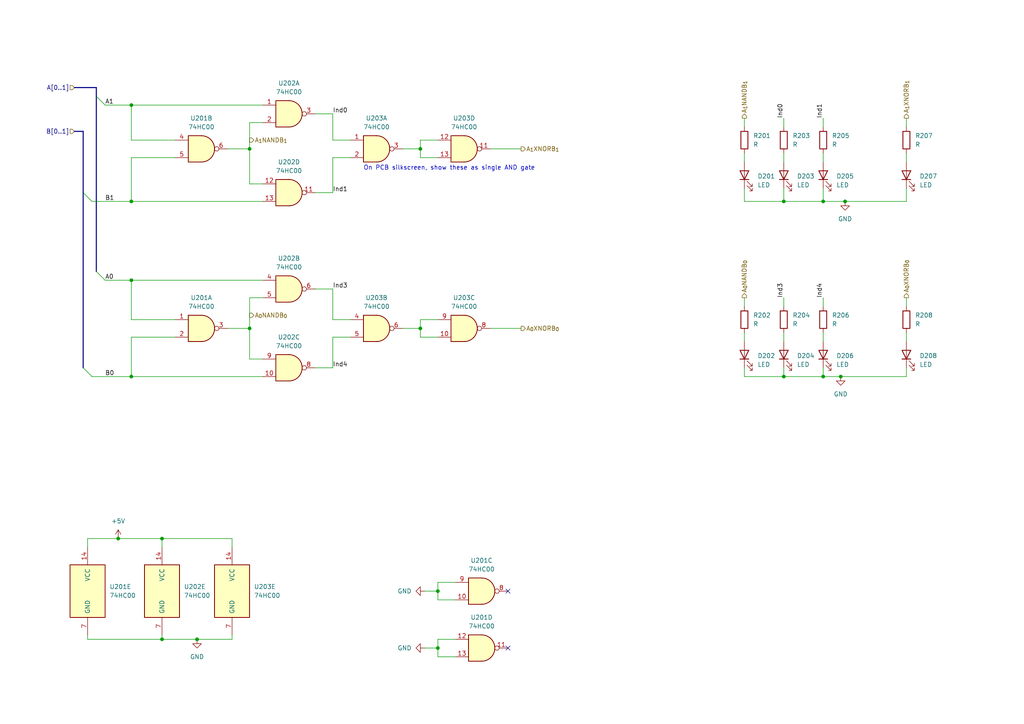
<source format=kicad_sch>
(kicad_sch (version 20230121) (generator eeschema)
  (paper "A4")
  (lib_symbols
    (symbol "74xx:74HC00" (pin_names (offset 1.016))
      (property "Reference" "U" (at 0 1.27 0))
      (property "Value" "74HC00" (at 0 -1.27 0))
      (symbol "74HC00_1_1"
        (arc (start 0 -3.81) (mid 3.7934 0) (end 0 3.81) (stroke (width 0.254)) (fill (type background)))
        (polyline (pts (xy 0 3.81) (xy -3.81 3.81) (xy -3.81 -3.81) (xy 0 -3.81)) (stroke (width 0.254)) (fill (type background)))
        (pin input line (at -7.62 2.54 0) (length 3.81) (name "~") (number "1"))
        (pin input line (at -7.62 -2.54 0) (length 3.81) (name "~") (number "2"))
        (pin output inverted (at 7.62 0 180) (length 3.81) (name "~") (number "3"))
      )
      (symbol "74HC00_1_2"
        (arc (start -3.81 -3.81) (mid -2.589 0) (end -3.81 3.81) (stroke (width 0.254)))
        (arc (start -0.6096 -3.81) (mid 2.1842 -2.5851) (end 3.81 0) (stroke (width 0.254)) (fill (type background)))
        (polyline (pts (xy -3.81 -3.81) (xy -0.635 -3.81)) (stroke (width 0.254)) (fill (type background)))
        (polyline (pts (xy -3.81 3.81) (xy -0.635 3.81)) (stroke (width 0.254)) (fill (type background)))
        (polyline (pts (xy -0.635 3.81) (xy -3.81 3.81) (xy -3.81 3.81) (xy -3.556 3.4036) (xy -3.0226 2.2606) (xy -2.6924 1.0414) (xy -2.6162 -0.254) (xy -2.7686 -1.4986) (xy -3.175 -2.7178) (xy -3.81 -3.81) (xy -3.81 -3.81) (xy -0.635 -3.81)) (stroke (width -25.4)) (fill (type background)))
        (arc (start 3.81 0) (mid 2.1915 2.5936) (end -0.6096 3.81) (stroke (width 0.254)) (fill (type background)))
        (pin input inverted (at -7.62 2.54 0) (length 4.318) (name "~") (number "1"))
        (pin input inverted (at -7.62 -2.54 0) (length 4.318) (name "~") (number "2"))
        (pin output line (at 7.62 0 180) (length 3.81) (name "~") (number "3"))
      )
      (symbol "74HC00_2_1"
        (arc (start 0 -3.81) (mid 3.7934 0) (end 0 3.81) (stroke (width 0.254)) (fill (type background)))
        (polyline (pts (xy 0 3.81) (xy -3.81 3.81) (xy -3.81 -3.81) (xy 0 -3.81)) (stroke (width 0.254)) (fill (type background)))
        (pin input line (at -7.62 2.54 0) (length 3.81) (name "~") (number "4"))
        (pin input line (at -7.62 -2.54 0) (length 3.81) (name "~") (number "5"))
        (pin output inverted (at 7.62 0 180) (length 3.81) (name "~") (number "6"))
      )
      (symbol "74HC00_2_2"
        (arc (start -3.81 -3.81) (mid -2.589 0) (end -3.81 3.81) (stroke (width 0.254)))
        (arc (start -0.6096 -3.81) (mid 2.1842 -2.5851) (end 3.81 0) (stroke (width 0.254)) (fill (type background)))
        (polyline (pts (xy -3.81 -3.81) (xy -0.635 -3.81)) (stroke (width 0.254)) (fill (type background)))
        (polyline (pts (xy -3.81 3.81) (xy -0.635 3.81)) (stroke (width 0.254)) (fill (type background)))
        (polyline (pts (xy -0.635 3.81) (xy -3.81 3.81) (xy -3.81 3.81) (xy -3.556 3.4036) (xy -3.0226 2.2606) (xy -2.6924 1.0414) (xy -2.6162 -0.254) (xy -2.7686 -1.4986) (xy -3.175 -2.7178) (xy -3.81 -3.81) (xy -3.81 -3.81) (xy -0.635 -3.81)) (stroke (width -25.4)) (fill (type background)))
        (arc (start 3.81 0) (mid 2.1915 2.5936) (end -0.6096 3.81) (stroke (width 0.254)) (fill (type background)))
        (pin input inverted (at -7.62 2.54 0) (length 4.318) (name "~") (number "4"))
        (pin input inverted (at -7.62 -2.54 0) (length 4.318) (name "~") (number "5"))
        (pin output line (at 7.62 0 180) (length 3.81) (name "~") (number "6"))
      )
      (symbol "74HC00_3_1"
        (arc (start 0 -3.81) (mid 3.7934 0) (end 0 3.81) (stroke (width 0.254)) (fill (type background)))
        (polyline (pts (xy 0 3.81) (xy -3.81 3.81) (xy -3.81 -3.81) (xy 0 -3.81)) (stroke (width 0.254)) (fill (type background)))
        (pin input line (at -7.62 -2.54 0) (length 3.81) (name "~") (number "10"))
        (pin output inverted (at 7.62 0 180) (length 3.81) (name "~") (number "8"))
        (pin input line (at -7.62 2.54 0) (length 3.81) (name "~") (number "9"))
      )
      (symbol "74HC00_3_2"
        (arc (start -3.81 -3.81) (mid -2.589 0) (end -3.81 3.81) (stroke (width 0.254)))
        (arc (start -0.6096 -3.81) (mid 2.1842 -2.5851) (end 3.81 0) (stroke (width 0.254)) (fill (type background)))
        (polyline (pts (xy -3.81 -3.81) (xy -0.635 -3.81)) (stroke (width 0.254)) (fill (type background)))
        (polyline (pts (xy -3.81 3.81) (xy -0.635 3.81)) (stroke (width 0.254)) (fill (type background)))
        (polyline (pts (xy -0.635 3.81) (xy -3.81 3.81) (xy -3.81 3.81) (xy -3.556 3.4036) (xy -3.0226 2.2606) (xy -2.6924 1.0414) (xy -2.6162 -0.254) (xy -2.7686 -1.4986) (xy -3.175 -2.7178) (xy -3.81 -3.81) (xy -3.81 -3.81) (xy -0.635 -3.81)) (stroke (width -25.4)) (fill (type background)))
        (arc (start 3.81 0) (mid 2.1915 2.5936) (end -0.6096 3.81) (stroke (width 0.254)) (fill (type background)))
        (pin input inverted (at -7.62 -2.54 0) (length 4.318) (name "~") (number "10"))
        (pin output line (at 7.62 0 180) (length 3.81) (name "~") (number "8"))
        (pin input inverted (at -7.62 2.54 0) (length 4.318) (name "~") (number "9"))
      )
      (symbol "74HC00_4_1"
        (arc (start 0 -3.81) (mid 3.7934 0) (end 0 3.81) (stroke (width 0.254)) (fill (type background)))
        (polyline (pts (xy 0 3.81) (xy -3.81 3.81) (xy -3.81 -3.81) (xy 0 -3.81)) (stroke (width 0.254)) (fill (type background)))
        (pin output inverted (at 7.62 0 180) (length 3.81) (name "~") (number "11"))
        (pin input line (at -7.62 2.54 0) (length 3.81) (name "~") (number "12"))
        (pin input line (at -7.62 -2.54 0) (length 3.81) (name "~") (number "13"))
      )
      (symbol "74HC00_4_2"
        (arc (start -3.81 -3.81) (mid -2.589 0) (end -3.81 3.81) (stroke (width 0.254)))
        (arc (start -0.6096 -3.81) (mid 2.1842 -2.5851) (end 3.81 0) (stroke (width 0.254)) (fill (type background)))
        (polyline (pts (xy -3.81 -3.81) (xy -0.635 -3.81)) (stroke (width 0.254)) (fill (type background)))
        (polyline (pts (xy -3.81 3.81) (xy -0.635 3.81)) (stroke (width 0.254)) (fill (type background)))
        (polyline (pts (xy -0.635 3.81) (xy -3.81 3.81) (xy -3.81 3.81) (xy -3.556 3.4036) (xy -3.0226 2.2606) (xy -2.6924 1.0414) (xy -2.6162 -0.254) (xy -2.7686 -1.4986) (xy -3.175 -2.7178) (xy -3.81 -3.81) (xy -3.81 -3.81) (xy -0.635 -3.81)) (stroke (width -25.4)) (fill (type background)))
        (arc (start 3.81 0) (mid 2.1915 2.5936) (end -0.6096 3.81) (stroke (width 0.254)) (fill (type background)))
        (pin output line (at 7.62 0 180) (length 3.81) (name "~") (number "11"))
        (pin input inverted (at -7.62 2.54 0) (length 4.318) (name "~") (number "12"))
        (pin input inverted (at -7.62 -2.54 0) (length 4.318) (name "~") (number "13"))
      )
      (symbol "74HC00_5_0"
        (pin power_in line (at 0 12.7 270) (length 5.08) (name "VCC") (number "14"))
        (pin power_in line (at 0 -12.7 90) (length 5.08) (name "GND") (number "7"))
      )
      (symbol "74HC00_5_1"
        (rectangle (start -5.08 7.62) (end 5.08 -7.62) (stroke (width 0.254)) (fill (type background)))
      )
    )
    (symbol "Device:LED" (pin_numbers hide) (pin_names (offset 1.016) hide)
      (property "Reference" "D" (at 0 2.54 0))
      (property "Value" "LED" (at 0 -2.54 0))
      (symbol "LED_0_1"
        (polyline (pts (xy -1.27 -1.27) (xy -1.27 1.27)) (stroke (width 0.254)))
        (polyline (pts (xy -1.27 0) (xy 1.27 0)))
        (polyline (pts (xy 1.27 -1.27) (xy 1.27 1.27) (xy -1.27 0) (xy 1.27 -1.27)) (stroke (width 0.254)))
        (polyline (pts (xy -3.048 -0.762) (xy -4.572 -2.286) (xy -3.81 -2.286) (xy -4.572 -2.286) (xy -4.572 -1.524)))
        (polyline (pts (xy -1.778 -0.762) (xy -3.302 -2.286) (xy -2.54 -2.286) (xy -3.302 -2.286) (xy -3.302 -1.524)))
      )
      (symbol "LED_1_1"
        (pin passive line (at -3.81 0 0) (length 2.54) (name "K") (number "1"))
        (pin passive line (at 3.81 0 180) (length 2.54) (name "A") (number "2"))
      )
    )
    (symbol "Device:R" (pin_numbers hide) (pin_names (offset 0))
      (property "Reference" "R" (at 2.032 0 90))
      (property "Value" "R" (at 0 0 90))
      (symbol "R_0_1"
        (rectangle (start -1.016 -2.54) (end 1.016 2.54) (stroke (width 0.254)))
      )
      (symbol "R_1_1"
        (pin passive line (at 0 3.81 270) (length 1.27) (name "~") (number "1"))
        (pin passive line (at 0 -3.81 90) (length 1.27) (name "~") (number "2"))
      )
    )
    (symbol "power:+5V" (power) (pin_names (offset 0))
      (property "Value" "+5V" (at 0 3.556 0))
      (symbol "+5V_0_1"
        (polyline (pts (xy -0.762 1.27) (xy 0 2.54)))
        (polyline (pts (xy 0 0) (xy 0 2.54)))
        (polyline (pts (xy 0 2.54) (xy 0.762 1.27)))
      )
      (symbol "+5V_1_1"
        (pin power_in line (at 0 0 90) (length 0) hide (name "+5V") (number "1"))
      )
    )
    (symbol "power:GND" (power) (pin_names (offset 0))
      (property "Value" "GND" (at 0 -3.81 0))
      (symbol "GND_0_1"
        (polyline (pts (xy 0 0) (xy 0 -1.27) (xy 1.27 -1.27) (xy 0 -2.54) (xy -1.27 -1.27) (xy 0 -1.27)))
      )
      (symbol "GND_1_1"
        (pin power_in line (at 0 0 270) (length 0) hide (name "GND") (number "1"))
      )
    )
  )
  (junction (at 245.11 58.42))
  (junction (at 227.33 58.42))
  (junction (at 72.39 95.25))
  (junction (at 127 187.96))
  (junction (at 38.1 109.22))
  (junction (at 57.15 185.42))
  (junction (at 121.92 95.25))
  (junction (at 243.84 109.22))
  (junction (at 46.99 156.21))
  (junction (at 127 171.45))
  (junction (at 121.92 43.18))
  (junction (at 238.76 58.42))
  (junction (at 38.1 81.28))
  (junction (at 46.99 185.42))
  (junction (at 34.29 156.21))
  (junction (at 238.76 109.22))
  (junction (at 38.1 30.48))
  (junction (at 72.39 43.18))
  (junction (at 227.33 109.22))
  (junction (at 38.1 58.42))
  (no_connect (at 147.32 187.96))
  (no_connect (at 147.32 171.45))
  (bus_entry (at 24.13 106.68) (size 2.54 2.54))
  (bus_entry (at 27.94 78.74) (size 2.54 2.54))
  (bus_entry (at 27.94 27.94) (size 2.54 2.54))
  (bus_entry (at 24.13 55.88) (size 2.54 2.54))
  (wire (pts (xy 72.39 86.36) (xy 72.39 95.25)))
  (wire (pts (xy 127 171.45) (xy 127 173.99)))
  (wire (pts (xy 116.84 43.18) (xy 121.92 43.18)))
  (wire (pts (xy 67.31 184.15) (xy 67.31 185.42)))
  (wire (pts (xy 96.52 97.79) (xy 101.6 97.79)))
  (wire (pts (xy 116.84 95.25) (xy 121.92 95.25)))
  (wire (pts (xy 215.9 86.36) (xy 215.9 88.9)))
  (wire (pts (xy 127 168.91) (xy 127 171.45)))
  (wire (pts (xy 72.39 35.56) (xy 76.2 35.56)))
  (wire (pts (xy 91.44 55.88) (xy 96.52 55.88)))
  (wire (pts (xy 96.52 83.82) (xy 96.52 92.71)))
  (wire (pts (xy 121.92 40.64) (xy 127 40.64)))
  (wire (pts (xy 72.39 95.25) (xy 72.39 104.14)))
  (wire (pts (xy 238.76 96.52) (xy 238.76 99.06)))
  (wire (pts (xy 227.33 54.61) (xy 227.33 58.42)))
  (wire (pts (xy 96.52 106.68) (xy 96.52 97.79)))
  (wire (pts (xy 262.89 58.42) (xy 262.89 54.61)))
  (wire (pts (xy 127 185.42) (xy 127 187.96)))
  (wire (pts (xy 227.33 34.29) (xy 227.33 36.83)))
  (wire (pts (xy 227.33 109.22) (xy 238.76 109.22)))
  (wire (pts (xy 34.29 156.21) (xy 46.99 156.21)))
  (wire (pts (xy 66.04 95.25) (xy 72.39 95.25)))
  (wire (pts (xy 38.1 92.71) (xy 50.8 92.71)))
  (wire (pts (xy 25.4 184.15) (xy 25.4 185.42)))
  (wire (pts (xy 30.48 30.48) (xy 38.1 30.48)))
  (wire (pts (xy 262.89 34.29) (xy 262.89 36.83)))
  (wire (pts (xy 50.8 40.64) (xy 38.1 40.64)))
  (wire (pts (xy 238.76 109.22) (xy 243.84 109.22)))
  (bus (pts (xy 24.13 55.88) (xy 24.13 106.68)))
  (wire (pts (xy 46.99 184.15) (xy 46.99 185.42)))
  (wire (pts (xy 121.92 45.72) (xy 121.92 43.18)))
  (wire (pts (xy 227.33 96.52) (xy 227.33 99.06)))
  (wire (pts (xy 38.1 81.28) (xy 38.1 92.71)))
  (wire (pts (xy 26.67 109.22) (xy 38.1 109.22)))
  (wire (pts (xy 25.4 156.21) (xy 34.29 156.21)))
  (wire (pts (xy 67.31 156.21) (xy 67.31 158.75)))
  (wire (pts (xy 76.2 86.36) (xy 72.39 86.36)))
  (wire (pts (xy 38.1 81.28) (xy 76.2 81.28)))
  (wire (pts (xy 132.08 185.42) (xy 127 185.42)))
  (wire (pts (xy 38.1 109.22) (xy 76.2 109.22)))
  (wire (pts (xy 25.4 185.42) (xy 46.99 185.42)))
  (wire (pts (xy 96.52 40.64) (xy 101.6 40.64)))
  (wire (pts (xy 26.67 58.42) (xy 38.1 58.42)))
  (wire (pts (xy 127 187.96) (xy 127 190.5)))
  (wire (pts (xy 91.44 106.68) (xy 96.52 106.68)))
  (wire (pts (xy 227.33 44.45) (xy 227.33 46.99)))
  (wire (pts (xy 127 45.72) (xy 121.92 45.72)))
  (bus (pts (xy 21.59 38.1) (xy 24.13 38.1)))
  (wire (pts (xy 127 173.99) (xy 132.08 173.99)))
  (wire (pts (xy 215.9 34.29) (xy 215.9 36.83)))
  (wire (pts (xy 96.52 45.72) (xy 101.6 45.72)))
  (wire (pts (xy 142.24 43.18) (xy 151.13 43.18)))
  (wire (pts (xy 215.9 44.45) (xy 215.9 46.99)))
  (wire (pts (xy 121.92 43.18) (xy 121.92 40.64)))
  (wire (pts (xy 215.9 58.42) (xy 227.33 58.42)))
  (wire (pts (xy 127 97.79) (xy 121.92 97.79)))
  (wire (pts (xy 238.76 106.68) (xy 238.76 109.22)))
  (wire (pts (xy 25.4 158.75) (xy 25.4 156.21)))
  (bus (pts (xy 21.59 25.4) (xy 27.94 25.4)))
  (wire (pts (xy 96.52 55.88) (xy 96.52 45.72)))
  (wire (pts (xy 238.76 54.61) (xy 238.76 58.42)))
  (wire (pts (xy 96.52 33.02) (xy 96.52 40.64)))
  (wire (pts (xy 57.15 185.42) (xy 67.31 185.42)))
  (wire (pts (xy 76.2 53.34) (xy 72.39 53.34)))
  (wire (pts (xy 262.89 109.22) (xy 262.89 106.68)))
  (wire (pts (xy 38.1 40.64) (xy 38.1 30.48)))
  (wire (pts (xy 262.89 44.45) (xy 262.89 46.99)))
  (wire (pts (xy 66.04 43.18) (xy 72.39 43.18)))
  (wire (pts (xy 30.48 81.28) (xy 38.1 81.28)))
  (wire (pts (xy 243.84 109.22) (xy 262.89 109.22)))
  (wire (pts (xy 127 190.5) (xy 132.08 190.5)))
  (wire (pts (xy 238.76 34.29) (xy 238.76 36.83)))
  (wire (pts (xy 38.1 97.79) (xy 50.8 97.79)))
  (wire (pts (xy 262.89 86.36) (xy 262.89 88.9)))
  (wire (pts (xy 46.99 185.42) (xy 57.15 185.42)))
  (wire (pts (xy 72.39 53.34) (xy 72.39 43.18)))
  (wire (pts (xy 121.92 92.71) (xy 127 92.71)))
  (wire (pts (xy 38.1 45.72) (xy 38.1 58.42)))
  (bus (pts (xy 27.94 27.94) (xy 27.94 78.74)))
  (wire (pts (xy 238.76 44.45) (xy 238.76 46.99)))
  (wire (pts (xy 121.92 97.79) (xy 121.92 95.25)))
  (wire (pts (xy 227.33 86.36) (xy 227.33 88.9)))
  (wire (pts (xy 72.39 104.14) (xy 76.2 104.14)))
  (wire (pts (xy 38.1 109.22) (xy 38.1 97.79)))
  (wire (pts (xy 245.11 58.42) (xy 262.89 58.42)))
  (wire (pts (xy 262.89 96.52) (xy 262.89 99.06)))
  (wire (pts (xy 38.1 30.48) (xy 76.2 30.48)))
  (wire (pts (xy 238.76 86.36) (xy 238.76 88.9)))
  (wire (pts (xy 215.9 54.61) (xy 215.9 58.42)))
  (wire (pts (xy 142.24 95.25) (xy 151.13 95.25)))
  (wire (pts (xy 46.99 156.21) (xy 46.99 158.75)))
  (wire (pts (xy 215.9 109.22) (xy 227.33 109.22)))
  (wire (pts (xy 215.9 106.68) (xy 215.9 109.22)))
  (wire (pts (xy 227.33 58.42) (xy 238.76 58.42)))
  (wire (pts (xy 123.19 171.45) (xy 127 171.45)))
  (wire (pts (xy 215.9 96.52) (xy 215.9 99.06)))
  (wire (pts (xy 46.99 156.21) (xy 67.31 156.21)))
  (wire (pts (xy 91.44 83.82) (xy 96.52 83.82)))
  (wire (pts (xy 72.39 43.18) (xy 72.39 35.56)))
  (wire (pts (xy 121.92 95.25) (xy 121.92 92.71)))
  (wire (pts (xy 50.8 45.72) (xy 38.1 45.72)))
  (bus (pts (xy 24.13 38.1) (xy 24.13 55.88)))
  (wire (pts (xy 238.76 58.42) (xy 245.11 58.42)))
  (wire (pts (xy 123.19 187.96) (xy 127 187.96)))
  (bus (pts (xy 27.94 25.4) (xy 27.94 27.94)))
  (wire (pts (xy 132.08 168.91) (xy 127 168.91)))
  (wire (pts (xy 91.44 33.02) (xy 96.52 33.02)))
  (wire (pts (xy 96.52 92.71) (xy 101.6 92.71)))
  (wire (pts (xy 38.1 58.42) (xy 76.2 58.42)))
  (wire (pts (xy 227.33 106.68) (xy 227.33 109.22)))
  (text "On PCB silkscreen, show these as single AND gate" (at 105.41 49.53 0) (effects (font (size 1.27 1.27)) (justify left bottom)))
  (label "Ind0" (at 96.52 33.02 0))
  (label "A1" (at 30.48 30.48 0))
  (label "Ind4" (at 238.76 86.36 90))
  (label "Ind0" (at 227.33 34.29 90))
  (label "Ind1" (at 238.76 34.29 90))
  (label "B1" (at 30.48 58.42 0))
  (label "A0" (at 30.48 81.28 0))
  (label "Ind3" (at 96.52 83.82 0))
  (label "B0" (at 30.48 109.22 0))
  (label "Ind1" (at 96.52 55.88 0))
  (label "Ind4" (at 96.52 106.68 0))
  (label "Ind3" (at 227.33 86.36 90))
  (hierarchical_label "B[0..1]" (shape input) (at 21.59 38.1 180))
  (hierarchical_label "A_{0}XNORB_{0}" (shape output) (at 151.13 95.25 0))
  (hierarchical_label "A_{0}XNORB_{0}" (shape output) (at 262.89 86.36 90))
  (hierarchical_label "A_{1}NANDB_{1}" (shape output) (at 215.9 34.29 90))
  (hierarchical_label "A_{1}XNORB_{1}" (shape output) (at 151.13 43.18 0))
  (hierarchical_label "A_{0}NANDB_{0}" (shape output) (at 215.9 86.36 90))
  (hierarchical_label "A[0..1]" (shape input) (at 21.59 25.4 180))
  (hierarchical_label "A_{0}NANDB_{0}" (shape output) (at 72.39 91.44 0))
  (hierarchical_label "A_{1}NANDB_{1}" (shape output) (at 72.39 40.64 0))
  (hierarchical_label "A_{1}XNORB_{1}" (shape output) (at 262.89 34.29 90))
  (symbol (lib_id "power:GND") (at 245.11 58.42 0) (unit 1)
    (property "Reference" "#PWR0206" (effects hide))
    (property "Value" "GND" (at 245.11 63.5 0))
  )
  (symbol (lib_id "74xx:74HC00") (at 134.62 43.18 0) (unit 4)
    (property "Reference" "U203" (at 134.6117 34.29 0))
    (property "Value" "74HC00" (at 134.6117 36.83 0))
    (property "Footprint" "Package_DIP:DIP-14_W7.62mm_Socket" (effects hide))
    (property "Datasheet" "http://www.ti.com/lit/gpn/sn74hc00" (effects hide))
  )
  (symbol (lib_id "Device:R") (at 262.89 40.64 0) (unit 1)
    (property "Reference" "R207" (at 265.43 39.37 0) (effects (justify left)))
    (property "Value" "R" (at 265.43 41.91 0) (effects (justify left)))
    (property "Footprint" "Resistor_THT:R_Axial_DIN0207_L6.3mm_D2.5mm_P7.62mm_Horizontal" (effects hide))
  )
  (symbol (lib_id "power:GND") (at 123.19 187.96 270) (unit 1)
    (property "Reference" "#PWR0204" (effects hide))
    (property "Value" "GND" (at 119.38 187.96 90) (effects (justify right)))
  )
  (symbol (lib_id "74xx:74HC00") (at 67.31 171.45 0) (unit 5)
    (property "Reference" "U203" (at 73.66 170.18 0) (effects (justify left)))
    (property "Value" "74HC00" (at 73.66 172.72 0) (effects (justify left)))
    (property "Footprint" "Package_DIP:DIP-14_W7.62mm_Socket" (effects hide))
    (property "Datasheet" "http://www.ti.com/lit/gpn/sn74hc00" (effects hide))
  )
  (symbol (lib_id "Device:R") (at 215.9 92.71 0) (unit 1)
    (property "Reference" "R202" (at 218.44 91.44 0) (effects (justify left)))
    (property "Value" "R" (at 218.44 93.98 0) (effects (justify left)))
    (property "Footprint" "Resistor_THT:R_Axial_DIN0207_L6.3mm_D2.5mm_P7.62mm_Horizontal" (effects hide))
  )
  (symbol (lib_id "Device:R") (at 227.33 92.71 0) (unit 1)
    (property "Reference" "R204" (at 229.87 91.44 0) (effects (justify left)))
    (property "Value" "R" (at 229.87 93.98 0) (effects (justify left)))
    (property "Footprint" "Resistor_THT:R_Axial_DIN0207_L6.3mm_D2.5mm_P7.62mm_Horizontal" (effects hide))
  )
  (symbol (lib_id "Device:R") (at 262.89 92.71 0) (unit 1)
    (property "Reference" "R208" (at 265.43 91.44 0) (effects (justify left)))
    (property "Value" "R" (at 265.43 93.98 0) (effects (justify left)))
    (property "Footprint" "Resistor_THT:R_Axial_DIN0207_L6.3mm_D2.5mm_P7.62mm_Horizontal" (effects hide))
  )
  (symbol (lib_id "74xx:74HC00") (at 83.82 33.02 0) (unit 1)
    (property "Reference" "U202" (at 83.8117 24.13 0))
    (property "Value" "74HC00" (at 83.8117 26.67 0))
    (property "Footprint" "Package_DIP:DIP-14_W7.62mm_Socket" (effects hide))
    (property "Datasheet" "http://www.ti.com/lit/gpn/sn74hc00" (effects hide))
  )
  (symbol (lib_id "74xx:74HC00") (at 58.42 43.18 0) (unit 2)
    (property "Reference" "U201" (at 58.4117 34.29 0))
    (property "Value" "74HC00" (at 58.4117 36.83 0))
    (property "Footprint" "Package_DIP:DIP-14_W7.62mm_Socket" (effects hide))
    (property "Datasheet" "http://www.ti.com/lit/gpn/sn74hc00" (effects hide))
  )
  (symbol (lib_id "74xx:74HC00") (at 109.22 43.18 0) (unit 1)
    (property "Reference" "U203" (at 109.2117 34.29 0))
    (property "Value" "74HC00" (at 109.2117 36.83 0))
    (property "Footprint" "Package_DIP:DIP-14_W7.62mm_Socket" (effects hide))
    (property "Datasheet" "http://www.ti.com/lit/gpn/sn74hc00" (effects hide))
  )
  (symbol (lib_id "Device:LED") (at 238.76 50.8 90) (unit 1)
    (property "Reference" "D205" (at 242.57 51.1175 90) (effects (justify right)))
    (property "Value" "LED" (at 242.57 53.6575 90) (effects (justify right)))
    (property "Footprint" "LED_THT:LED_D3.0mm" (effects hide))
  )
  (symbol (lib_id "power:+5V") (at 34.29 156.21 0) (unit 1)
    (property "Reference" "#PWR0201" (effects hide))
    (property "Value" "+5V" (at 34.29 151.13 0))
  )
  (symbol (lib_id "74xx:74HC00") (at 25.4 171.45 0) (unit 5)
    (property "Reference" "U201" (at 31.75 170.18 0) (effects (justify left)))
    (property "Value" "74HC00" (at 31.75 172.72 0) (effects (justify left)))
    (property "Footprint" "Package_DIP:DIP-14_W7.62mm_Socket" (effects hide))
    (property "Datasheet" "http://www.ti.com/lit/gpn/sn74hc00" (effects hide))
  )
  (symbol (lib_id "Device:LED") (at 262.89 102.87 90) (unit 1)
    (property "Reference" "D208" (at 266.7 103.1875 90) (effects (justify right)))
    (property "Value" "LED" (at 266.7 105.7275 90) (effects (justify right)))
    (property "Footprint" "LED_THT:LED_D3.0mm" (effects hide))
  )
  (symbol (lib_id "Device:LED") (at 215.9 102.87 90) (unit 1)
    (property "Reference" "D202" (at 219.71 103.1875 90) (effects (justify right)))
    (property "Value" "LED" (at 219.71 105.7275 90) (effects (justify right)))
    (property "Footprint" "LED_THT:LED_D3.0mm" (effects hide))
  )
  (symbol (lib_id "Device:LED") (at 238.76 102.87 90) (unit 1)
    (property "Reference" "D206" (at 242.57 103.1875 90) (effects (justify right)))
    (property "Value" "LED" (at 242.57 105.7275 90) (effects (justify right)))
    (property "Footprint" "LED_THT:LED_D3.0mm" (effects hide))
  )
  (symbol (lib_id "Device:LED") (at 227.33 50.8 90) (unit 1)
    (property "Reference" "D203" (at 231.14 51.1175 90) (effects (justify right)))
    (property "Value" "LED" (at 231.14 53.6575 90) (effects (justify right)))
    (property "Footprint" "LED_THT:LED_D3.0mm" (effects hide))
  )
  (symbol (lib_id "74xx:74HC00") (at 139.7 187.96 0) (unit 4)
    (property "Reference" "U201" (at 139.6917 179.07 0))
    (property "Value" "74HC00" (at 139.6917 181.61 0))
    (property "Footprint" "Package_DIP:DIP-14_W7.62mm_Socket" (effects hide))
    (property "Datasheet" "http://www.ti.com/lit/gpn/sn74hc00" (effects hide))
  )
  (symbol (lib_id "power:GND") (at 243.84 109.22 0) (unit 1)
    (property "Reference" "#PWR0205" (effects hide))
    (property "Value" "GND" (at 243.84 114.3 0))
  )
  (symbol (lib_id "Device:LED") (at 227.33 102.87 90) (unit 1)
    (property "Reference" "D204" (at 231.14 103.1875 90) (effects (justify right)))
    (property "Value" "LED" (at 231.14 105.7275 90) (effects (justify right)))
    (property "Footprint" "LED_THT:LED_D3.0mm" (effects hide))
  )
  (symbol (lib_id "Device:R") (at 227.33 40.64 0) (unit 1)
    (property "Reference" "R203" (at 229.87 39.37 0) (effects (justify left)))
    (property "Value" "R" (at 229.87 41.91 0) (effects (justify left)))
    (property "Footprint" "Resistor_THT:R_Axial_DIN0207_L6.3mm_D2.5mm_P7.62mm_Horizontal" (effects hide))
  )
  (symbol (lib_id "74xx:74HC00") (at 46.99 171.45 0) (unit 5)
    (property "Reference" "U202" (at 53.34 170.18 0) (effects (justify left)))
    (property "Value" "74HC00" (at 53.34 172.72 0) (effects (justify left)))
    (property "Footprint" "Package_DIP:DIP-14_W7.62mm_Socket" (effects hide))
    (property "Datasheet" "http://www.ti.com/lit/gpn/sn74hc00" (effects hide))
  )
  (symbol (lib_id "74xx:74HC00") (at 58.42 95.25 0) (unit 1)
    (property "Reference" "U201" (at 58.4117 86.36 0))
    (property "Value" "74HC00" (at 58.4117 88.9 0))
    (property "Footprint" "Package_DIP:DIP-14_W7.62mm_Socket" (effects hide))
    (property "Datasheet" "http://www.ti.com/lit/gpn/sn74hc00" (effects hide))
  )
  (symbol (lib_id "74xx:74HC00") (at 83.82 55.88 0) (unit 4)
    (property "Reference" "U202" (at 83.8117 46.99 0))
    (property "Value" "74HC00" (at 83.8117 49.53 0))
    (property "Footprint" "Package_DIP:DIP-14_W7.62mm_Socket" (effects hide))
    (property "Datasheet" "http://www.ti.com/lit/gpn/sn74hc00" (effects hide))
  )
  (symbol (lib_id "74xx:74HC00") (at 134.62 95.25 0) (unit 3)
    (property "Reference" "U203" (at 134.6117 86.36 0))
    (property "Value" "74HC00" (at 134.6117 88.9 0))
    (property "Footprint" "Package_DIP:DIP-14_W7.62mm_Socket" (effects hide))
    (property "Datasheet" "http://www.ti.com/lit/gpn/sn74hc00" (effects hide))
  )
  (symbol (lib_id "Device:R") (at 215.9 40.64 0) (unit 1)
    (property "Reference" "R201" (at 218.44 39.37 0) (effects (justify left)))
    (property "Value" "R" (at 218.44 41.91 0) (effects (justify left)))
    (property "Footprint" "Resistor_THT:R_Axial_DIN0207_L6.3mm_D2.5mm_P7.62mm_Horizontal" (effects hide))
  )
  (symbol (lib_id "Device:LED") (at 262.89 50.8 90) (unit 1)
    (property "Reference" "D207" (at 266.7 51.1175 90) (effects (justify right)))
    (property "Value" "LED" (at 266.7 53.6575 90) (effects (justify right)))
    (property "Footprint" "LED_THT:LED_D3.0mm" (effects hide))
  )
  (symbol (lib_id "power:GND") (at 57.15 185.42 0) (unit 1)
    (property "Reference" "#PWR0202" (effects hide))
    (property "Value" "GND" (at 57.15 190.5 0))
  )
  (symbol (lib_id "power:GND") (at 123.19 171.45 270) (unit 1)
    (property "Reference" "#PWR0203" (effects hide))
    (property "Value" "GND" (at 119.38 171.45 90) (effects (justify right)))
  )
  (symbol (lib_id "Device:R") (at 238.76 92.71 0) (unit 1)
    (property "Reference" "R206" (at 241.3 91.44 0) (effects (justify left)))
    (property "Value" "R" (at 241.3 93.98 0) (effects (justify left)))
    (property "Footprint" "Resistor_THT:R_Axial_DIN0207_L6.3mm_D2.5mm_P7.62mm_Horizontal" (effects hide))
  )
  (symbol (lib_id "74xx:74HC00") (at 83.82 106.68 0) (unit 3)
    (property "Reference" "U202" (at 83.8117 97.79 0))
    (property "Value" "74HC00" (at 83.8117 100.33 0))
    (property "Footprint" "Package_DIP:DIP-14_W7.62mm_Socket" (effects hide))
    (property "Datasheet" "http://www.ti.com/lit/gpn/sn74hc00" (effects hide))
  )
  (symbol (lib_id "Device:R") (at 238.76 40.64 0) (unit 1)
    (property "Reference" "R205" (at 241.3 39.37 0) (effects (justify left)))
    (property "Value" "R" (at 241.3 41.91 0) (effects (justify left)))
    (property "Footprint" "Resistor_THT:R_Axial_DIN0207_L6.3mm_D2.5mm_P7.62mm_Horizontal" (effects hide))
  )
  (symbol (lib_id "74xx:74HC00") (at 83.82 83.82 0) (unit 2)
    (property "Reference" "U202" (at 83.8117 74.93 0))
    (property "Value" "74HC00" (at 83.8117 77.47 0))
    (property "Footprint" "Package_DIP:DIP-14_W7.62mm_Socket" (effects hide))
    (property "Datasheet" "http://www.ti.com/lit/gpn/sn74hc00" (effects hide))
  )
  (symbol (lib_id "Device:LED") (at 215.9 50.8 90) (unit 1)
    (property "Reference" "D201" (at 219.71 51.1175 90) (effects (justify right)))
    (property "Value" "LED" (at 219.71 53.6575 90) (effects (justify right)))
    (property "Footprint" "LED_THT:LED_D3.0mm" (effects hide))
  )
  (symbol (lib_id "74xx:74HC00") (at 109.22 95.25 0) (unit 2)
    (property "Reference" "U203" (at 109.2117 86.36 0))
    (property "Value" "74HC00" (at 109.2117 88.9 0))
    (property "Footprint" "Package_DIP:DIP-14_W7.62mm_Socket" (effects hide))
    (property "Datasheet" "http://www.ti.com/lit/gpn/sn74hc00" (effects hide))
  )
  (symbol (lib_id "74xx:74HC00") (at 139.7 171.45 0) (unit 3)
    (property "Reference" "U201" (at 139.6917 162.56 0))
    (property "Value" "74HC00" (at 139.6917 165.1 0))
    (property "Footprint" "Package_DIP:DIP-14_W7.62mm_Socket" (effects hide))
    (property "Datasheet" "http://www.ti.com/lit/gpn/sn74hc00" (effects hide))
  )
)
</source>
